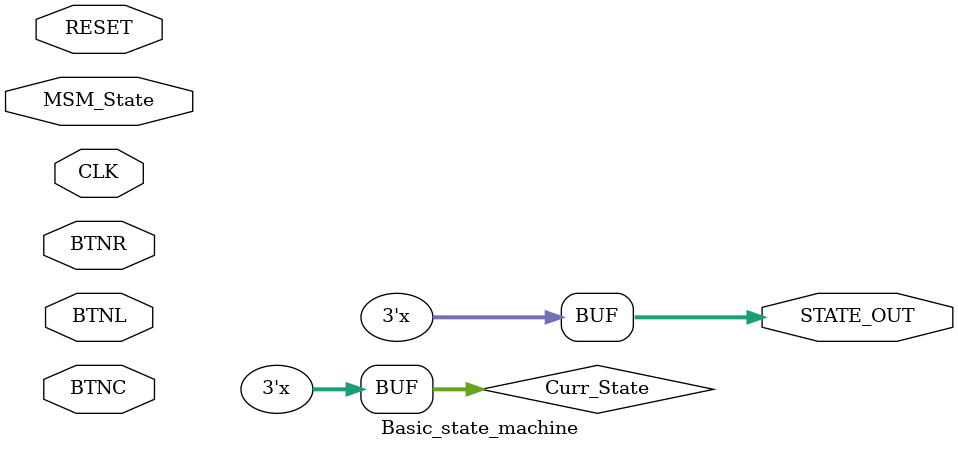
<source format=v>
`timescale 1ns / 1ps


module Basic_state_machine(
    input CLK,
    input RESET,
    input BTNL,
    input BTNC,
    input BTNR,
    input MSM_State,
    output [2:0] STATE_OUT
    );
    
    reg [2:0] Curr_State;
    reg [2:0] Next_State;
    
    always@(posedge CLK)begin
      if(RESET)begin
      Curr_State<=3'd0;
      end
      else begin
      Curr_State<=Next_State;
      end
    end
    
    
    always@(Curr_State or BTNL or BTNR or BTNC or MSM_State)begin
      if(Curr_State==9)
      Curr_State<=0;
      else
      Curr_State<=Curr_State+1;
  end

   assign STATE_OUT=Curr_State;

endmodule

</source>
